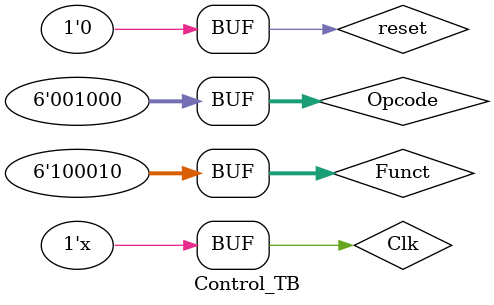
<source format=v>
module Control_TB;

    /* Outputs */
    wire IorD, MemRead, MemWrite, MemToReg, IRWrite;
    wire RegDst, RegWrite, ALUSrcA, PCWrite, PCWriteCond;
    wire [1:0] ALUSrcB, ALUOp, PCSource;

    /* Inputs */
    reg Clk, reset;
    reg [5:0] Opcode, Funct;

    initial
        begin
            Clk = 1;
            reset = 1;
            Funct = 0;
        end

    always begin
       #10
       Clk = ~Clk;
    end


    always begin
        #20
        reset = 0;
        Opcode <= 6'h2B;
        #20
        Opcode <= 6'h23;
        #20
        Opcode <= 6'h02;
        #20
        Opcode <= 6'h00;
        Funct <= 6'h20;
        #20
        Opcode <= 6'h00;
        Funct <= 6'h22;
        #20
        Opcode <= 6'h08;
    end
    
    ControlUnit Op (IorD, MemRead, MemWrite, MemToReg, IRWrite, RegDst, 
    RegWrite, ALUSrcA, ALUSrcB, ALUOp, PCSource, PCWrite, PCWriteCond, Clk, reset, Opcode, Funct);

endmodule
</source>
